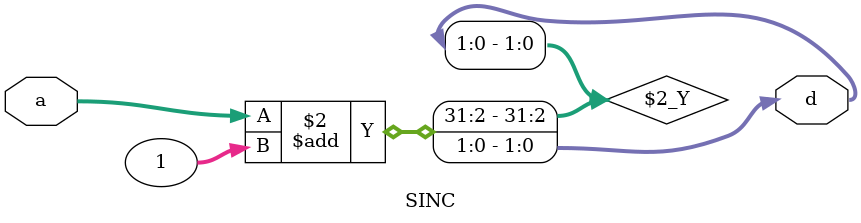
<source format=v>
`timescale 1ns / 1ps


module SINC #(parameter DATAWIDTH=2)(a, d);
    input signed [DATAWIDTH-1:0] a;
    output reg signed [DATAWIDTH-1:0] d;
    
    always @(a) begin
        d <= a + 1;
    end
endmodule

</source>
